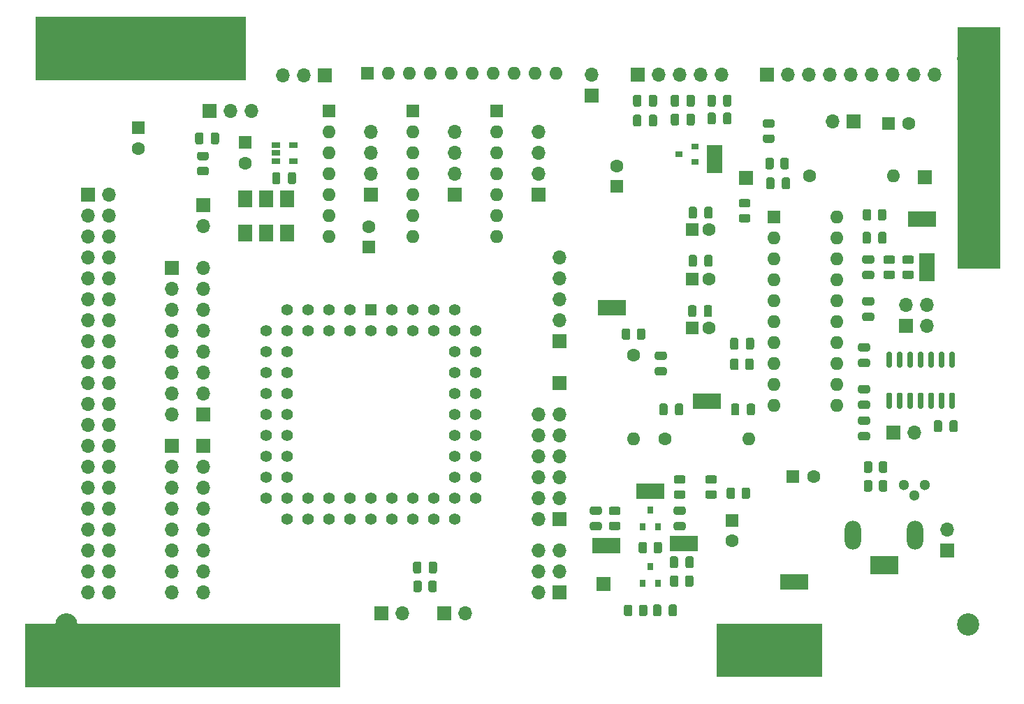
<source format=gbr>
%TF.GenerationSoftware,KiCad,Pcbnew,(5.1.10)-1*%
%TF.CreationDate,2021-06-15T10:49:33-05:00*%
%TF.ProjectId,gd VGC proto pcb,67642056-4743-4207-9072-6f746f207063,rev?*%
%TF.SameCoordinates,Original*%
%TF.FileFunction,Soldermask,Top*%
%TF.FilePolarity,Negative*%
%FSLAX46Y46*%
G04 Gerber Fmt 4.6, Leading zero omitted, Abs format (unit mm)*
G04 Created by KiCad (PCBNEW (5.1.10)-1) date 2021-06-15 10:49:33*
%MOMM*%
%LPD*%
G01*
G04 APERTURE LIST*
%ADD10C,0.100000*%
%ADD11C,2.700000*%
%ADD12C,1.300000*%
%ADD13R,3.450000X1.850000*%
%ADD14C,1.600000*%
%ADD15R,1.600000X1.600000*%
%ADD16O,1.700000X1.700000*%
%ADD17R,1.700000X1.700000*%
%ADD18C,1.422400*%
%ADD19R,1.422400X1.422400*%
%ADD20R,1.850000X3.450000*%
%ADD21O,1.600000X1.600000*%
%ADD22R,1.800000X2.000000*%
%ADD23R,1.060000X0.650000*%
%ADD24R,0.900000X0.800000*%
%ADD25R,0.800000X0.900000*%
%ADD26R,3.500000X2.300000*%
%ADD27O,2.000000X3.500000*%
G04 APERTURE END LIST*
D10*
G36*
X105410000Y-66040000D02*
G01*
X80010000Y-66040000D01*
X80010000Y-58420000D01*
X105410000Y-58420000D01*
X105410000Y-66040000D01*
G37*
X105410000Y-66040000D02*
X80010000Y-66040000D01*
X80010000Y-58420000D01*
X105410000Y-58420000D01*
X105410000Y-66040000D01*
G36*
X196850000Y-88900000D02*
G01*
X191770000Y-88900000D01*
X191770000Y-59690000D01*
X196850000Y-59690000D01*
X196850000Y-88900000D01*
G37*
X196850000Y-88900000D02*
X191770000Y-88900000D01*
X191770000Y-59690000D01*
X196850000Y-59690000D01*
X196850000Y-88900000D01*
G36*
X175260000Y-138430000D02*
G01*
X162560000Y-138430000D01*
X162560000Y-132080000D01*
X175260000Y-132080000D01*
X175260000Y-138430000D01*
G37*
X175260000Y-138430000D02*
X162560000Y-138430000D01*
X162560000Y-132080000D01*
X175260000Y-132080000D01*
X175260000Y-138430000D01*
G36*
X116840000Y-139700000D02*
G01*
X78740000Y-139700000D01*
X78740000Y-132080000D01*
X116840000Y-132080000D01*
X116840000Y-139700000D01*
G37*
X116840000Y-139700000D02*
X78740000Y-139700000D01*
X78740000Y-132080000D01*
X116840000Y-132080000D01*
X116840000Y-139700000D01*
D11*
%TO.C,H8*%
X83780000Y-63460000D03*
%TD*%
%TO.C,H7*%
X193080000Y-63460000D03*
%TD*%
%TO.C,H6*%
X83780000Y-132120000D03*
%TD*%
%TO.C,H5*%
X193080000Y-132120000D03*
%TD*%
D12*
%TO.C,TF1*%
X187833000Y-115189000D03*
X185293000Y-115189000D03*
X186563000Y-116459000D03*
%TD*%
D13*
%TO.C,TP4*%
X149860000Y-93726000D03*
%TD*%
%TO.C,TP3*%
X187452000Y-82931000D03*
%TD*%
%TO.C,TP2*%
X171958000Y-127000000D03*
%TD*%
%TO.C,C25*%
G36*
G01*
X180942000Y-98991000D02*
X179992000Y-98991000D01*
G75*
G02*
X179742000Y-98741000I0J250000D01*
G01*
X179742000Y-98241000D01*
G75*
G02*
X179992000Y-97991000I250000J0D01*
G01*
X180942000Y-97991000D01*
G75*
G02*
X181192000Y-98241000I0J-250000D01*
G01*
X181192000Y-98741000D01*
G75*
G02*
X180942000Y-98991000I-250000J0D01*
G01*
G37*
G36*
G01*
X180942000Y-100891000D02*
X179992000Y-100891000D01*
G75*
G02*
X179742000Y-100641000I0J250000D01*
G01*
X179742000Y-100141000D01*
G75*
G02*
X179992000Y-99891000I250000J0D01*
G01*
X180942000Y-99891000D01*
G75*
G02*
X181192000Y-100141000I0J-250000D01*
G01*
X181192000Y-100641000D01*
G75*
G02*
X180942000Y-100891000I-250000J0D01*
G01*
G37*
%TD*%
D14*
%TO.C,C24*%
X185888000Y-71374000D03*
D15*
X183388000Y-71374000D03*
%TD*%
%TO.C,C102*%
G36*
G01*
X153474000Y-70518000D02*
X153474000Y-71468000D01*
G75*
G02*
X153224000Y-71718000I-250000J0D01*
G01*
X152724000Y-71718000D01*
G75*
G02*
X152474000Y-71468000I0J250000D01*
G01*
X152474000Y-70518000D01*
G75*
G02*
X152724000Y-70268000I250000J0D01*
G01*
X153224000Y-70268000D01*
G75*
G02*
X153474000Y-70518000I0J-250000D01*
G01*
G37*
G36*
G01*
X155374000Y-70518000D02*
X155374000Y-71468000D01*
G75*
G02*
X155124000Y-71718000I-250000J0D01*
G01*
X154624000Y-71718000D01*
G75*
G02*
X154374000Y-71468000I0J250000D01*
G01*
X154374000Y-70518000D01*
G75*
G02*
X154624000Y-70268000I250000J0D01*
G01*
X155124000Y-70268000D01*
G75*
G02*
X155374000Y-70518000I0J-250000D01*
G01*
G37*
%TD*%
D16*
%TO.C,J28*%
X147447000Y-65405000D03*
D17*
X147447000Y-67945000D03*
%TD*%
D16*
%TO.C,J1*%
X106172000Y-69850000D03*
X103632000Y-69850000D03*
D17*
X101092000Y-69850000D03*
%TD*%
D16*
%TO.C,J27*%
X176657000Y-71120000D03*
D17*
X179197000Y-71120000D03*
%TD*%
D14*
%TO.C,C22*%
X120396000Y-83860000D03*
D15*
X120396000Y-86360000D03*
%TD*%
D14*
%TO.C,C21*%
X105410000Y-76160000D03*
D15*
X105410000Y-73660000D03*
%TD*%
D18*
%TO.C,UF2*%
X120650000Y-96520000D03*
X118110000Y-96520000D03*
X115570000Y-96520000D03*
X113030000Y-96520000D03*
X123190000Y-96520000D03*
X125730000Y-96520000D03*
X128270000Y-96520000D03*
X130810000Y-96520000D03*
D19*
X120650000Y-93980000D03*
D18*
X118110000Y-93980000D03*
X115570000Y-93980000D03*
X113030000Y-93980000D03*
X110490000Y-93980000D03*
X123190000Y-93980000D03*
X125730000Y-93980000D03*
X128270000Y-93980000D03*
X110490000Y-96520000D03*
X110490000Y-99060000D03*
X110490000Y-101600000D03*
X110490000Y-104140000D03*
X110490000Y-106680000D03*
X110490000Y-109220000D03*
X110490000Y-111760000D03*
X110490000Y-114300000D03*
X107950000Y-96520000D03*
X107950000Y-99060000D03*
X107950000Y-101600000D03*
X107950000Y-104140000D03*
X107950000Y-106680000D03*
X107950000Y-109220000D03*
X107950000Y-111760000D03*
X107950000Y-114300000D03*
X107950000Y-116840000D03*
X110490000Y-116840000D03*
X113030000Y-116840000D03*
X115570000Y-116840000D03*
X118110000Y-116840000D03*
X120650000Y-116840000D03*
X123190000Y-116840000D03*
X125730000Y-116840000D03*
X128270000Y-116840000D03*
X133350000Y-116840000D03*
X110490000Y-119380000D03*
X113030000Y-119380000D03*
X115570000Y-119380000D03*
X118110000Y-119380000D03*
X120650000Y-119380000D03*
X123190000Y-119380000D03*
X125730000Y-119380000D03*
X128270000Y-119380000D03*
X130810000Y-119380000D03*
X130810000Y-116840000D03*
X130810000Y-114300000D03*
X130810000Y-111760000D03*
X130810000Y-109220000D03*
X130810000Y-106680000D03*
X130810000Y-104140000D03*
X130810000Y-101600000D03*
X130810000Y-99060000D03*
X130810000Y-93980000D03*
X133350000Y-114300000D03*
X133350000Y-111760000D03*
X133350000Y-109220000D03*
X133350000Y-106680000D03*
X133350000Y-104140000D03*
X133350000Y-101600000D03*
X133350000Y-99060000D03*
X133350000Y-96520000D03*
%TD*%
D14*
%TO.C,C61*%
X150495000Y-76494000D03*
D15*
X150495000Y-78994000D03*
%TD*%
D14*
%TO.C,C16*%
X92456000Y-74382000D03*
D15*
X92456000Y-71882000D03*
%TD*%
D14*
%TO.C,C6*%
X174331000Y-114173000D03*
D15*
X171831000Y-114173000D03*
%TD*%
D14*
%TO.C,C13*%
X161639000Y-84201000D03*
D15*
X159639000Y-84201000D03*
%TD*%
D14*
%TO.C,C5*%
X161639000Y-90195400D03*
D15*
X159639000Y-90195400D03*
%TD*%
D14*
%TO.C,C4*%
X161639000Y-96139000D03*
D15*
X159639000Y-96139000D03*
%TD*%
%TO.C,C6alt1*%
G36*
G01*
X160205000Y-81694000D02*
X160205000Y-82644000D01*
G75*
G02*
X159955000Y-82894000I-250000J0D01*
G01*
X159455000Y-82894000D01*
G75*
G02*
X159205000Y-82644000I0J250000D01*
G01*
X159205000Y-81694000D01*
G75*
G02*
X159455000Y-81444000I250000J0D01*
G01*
X159955000Y-81444000D01*
G75*
G02*
X160205000Y-81694000I0J-250000D01*
G01*
G37*
G36*
G01*
X162105000Y-81694000D02*
X162105000Y-82644000D01*
G75*
G02*
X161855000Y-82894000I-250000J0D01*
G01*
X161355000Y-82894000D01*
G75*
G02*
X161105000Y-82644000I0J250000D01*
G01*
X161105000Y-81694000D01*
G75*
G02*
X161355000Y-81444000I250000J0D01*
G01*
X161855000Y-81444000D01*
G75*
G02*
X162105000Y-81694000I0J-250000D01*
G01*
G37*
%TD*%
%TO.C,C5alt1*%
G36*
G01*
X160205000Y-87536000D02*
X160205000Y-88486000D01*
G75*
G02*
X159955000Y-88736000I-250000J0D01*
G01*
X159455000Y-88736000D01*
G75*
G02*
X159205000Y-88486000I0J250000D01*
G01*
X159205000Y-87536000D01*
G75*
G02*
X159455000Y-87286000I250000J0D01*
G01*
X159955000Y-87286000D01*
G75*
G02*
X160205000Y-87536000I0J-250000D01*
G01*
G37*
G36*
G01*
X162105000Y-87536000D02*
X162105000Y-88486000D01*
G75*
G02*
X161855000Y-88736000I-250000J0D01*
G01*
X161355000Y-88736000D01*
G75*
G02*
X161105000Y-88486000I0J250000D01*
G01*
X161105000Y-87536000D01*
G75*
G02*
X161355000Y-87286000I250000J0D01*
G01*
X161855000Y-87286000D01*
G75*
G02*
X162105000Y-87536000I0J-250000D01*
G01*
G37*
%TD*%
%TO.C,C4alt1*%
G36*
G01*
X160139000Y-93632000D02*
X160139000Y-94582000D01*
G75*
G02*
X159889000Y-94832000I-250000J0D01*
G01*
X159389000Y-94832000D01*
G75*
G02*
X159139000Y-94582000I0J250000D01*
G01*
X159139000Y-93632000D01*
G75*
G02*
X159389000Y-93382000I250000J0D01*
G01*
X159889000Y-93382000D01*
G75*
G02*
X160139000Y-93632000I0J-250000D01*
G01*
G37*
G36*
G01*
X162039000Y-93632000D02*
X162039000Y-94582000D01*
G75*
G02*
X161789000Y-94832000I-250000J0D01*
G01*
X161289000Y-94832000D01*
G75*
G02*
X161039000Y-94582000I0J250000D01*
G01*
X161039000Y-93632000D01*
G75*
G02*
X161289000Y-93382000I250000J0D01*
G01*
X161789000Y-93382000D01*
G75*
G02*
X162039000Y-93632000I0J-250000D01*
G01*
G37*
%TD*%
%TO.C,C20*%
G36*
G01*
X189923000Y-107602000D02*
X189923000Y-108552000D01*
G75*
G02*
X189673000Y-108802000I-250000J0D01*
G01*
X189173000Y-108802000D01*
G75*
G02*
X188923000Y-108552000I0J250000D01*
G01*
X188923000Y-107602000D01*
G75*
G02*
X189173000Y-107352000I250000J0D01*
G01*
X189673000Y-107352000D01*
G75*
G02*
X189923000Y-107602000I0J-250000D01*
G01*
G37*
G36*
G01*
X191823000Y-107602000D02*
X191823000Y-108552000D01*
G75*
G02*
X191573000Y-108802000I-250000J0D01*
G01*
X191073000Y-108802000D01*
G75*
G02*
X190823000Y-108552000I0J250000D01*
G01*
X190823000Y-107602000D01*
G75*
G02*
X191073000Y-107352000I250000J0D01*
G01*
X191573000Y-107352000D01*
G75*
G02*
X191823000Y-107602000I0J-250000D01*
G01*
G37*
%TD*%
D14*
%TO.C,C60*%
X164465000Y-122007000D03*
D15*
X164465000Y-119507000D03*
%TD*%
D16*
%TO.C,J20*%
X96520000Y-106680000D03*
X96520000Y-104140000D03*
X96520000Y-101600000D03*
X96520000Y-99060000D03*
X96520000Y-96520000D03*
X96520000Y-93980000D03*
X96520000Y-91440000D03*
D17*
X96520000Y-88900000D03*
%TD*%
D16*
%TO.C,J3*%
X100330000Y-88900000D03*
X100330000Y-91440000D03*
X100330000Y-93980000D03*
X100330000Y-96520000D03*
X100330000Y-99060000D03*
X100330000Y-101600000D03*
X100330000Y-104140000D03*
D17*
X100330000Y-106680000D03*
%TD*%
D16*
%TO.C,J26*%
X124460000Y-130810000D03*
D17*
X121920000Y-130810000D03*
%TD*%
D16*
%TO.C,J23*%
X140970000Y-123190000D03*
X143510000Y-123190000D03*
X140970000Y-125730000D03*
X143510000Y-125730000D03*
X140970000Y-128270000D03*
D17*
X143510000Y-128270000D03*
%TD*%
D16*
%TO.C,J22*%
X140970000Y-106680000D03*
X143510000Y-106680000D03*
X140970000Y-109220000D03*
X143510000Y-109220000D03*
X140970000Y-111760000D03*
X143510000Y-111760000D03*
X140970000Y-114300000D03*
X143510000Y-114300000D03*
X140970000Y-116840000D03*
X143510000Y-116840000D03*
X140970000Y-119380000D03*
D17*
X143510000Y-119380000D03*
%TD*%
D16*
%TO.C,J19*%
X188087000Y-93345000D03*
X188087000Y-95885000D03*
X185547000Y-93345000D03*
D17*
X185547000Y-95885000D03*
%TD*%
D16*
%TO.C,J25*%
X88900000Y-128270000D03*
X86360000Y-128270000D03*
X88900000Y-125730000D03*
X86360000Y-125730000D03*
X88900000Y-123190000D03*
X86360000Y-123190000D03*
X88900000Y-120650000D03*
X86360000Y-120650000D03*
X88900000Y-118110000D03*
X86360000Y-118110000D03*
X88900000Y-115570000D03*
X86360000Y-115570000D03*
X88900000Y-113030000D03*
X86360000Y-113030000D03*
X88900000Y-110490000D03*
X86360000Y-110490000D03*
X88900000Y-107950000D03*
X86360000Y-107950000D03*
X88900000Y-105410000D03*
X86360000Y-105410000D03*
X88900000Y-102870000D03*
X86360000Y-102870000D03*
X88900000Y-100330000D03*
X86360000Y-100330000D03*
X88900000Y-97790000D03*
X86360000Y-97790000D03*
X88900000Y-95250000D03*
X86360000Y-95250000D03*
X88900000Y-92710000D03*
X86360000Y-92710000D03*
X88900000Y-90170000D03*
X86360000Y-90170000D03*
X88900000Y-87630000D03*
X86360000Y-87630000D03*
X88900000Y-85090000D03*
X86360000Y-85090000D03*
X88900000Y-82550000D03*
X86360000Y-82550000D03*
X88900000Y-80010000D03*
D17*
X86360000Y-80010000D03*
%TD*%
D16*
%TO.C,J24*%
X132080000Y-130810000D03*
D17*
X129540000Y-130810000D03*
%TD*%
D16*
%TO.C,J21*%
X100330000Y-83820000D03*
D17*
X100330000Y-81280000D03*
%TD*%
D20*
%TO.C,TP127*%
X162306000Y-75692000D03*
%TD*%
%TO.C,TP67*%
X188087000Y-88773000D03*
%TD*%
D13*
%TO.C,TP61*%
X158623000Y-122301000D03*
%TD*%
%TO.C,TP60*%
X154559000Y-115951000D03*
%TD*%
%TO.C,TP59*%
X149225000Y-122555000D03*
%TD*%
%TO.C,TP1*%
X161417000Y-105029000D03*
%TD*%
%TO.C,R206*%
G36*
G01*
X99879999Y-76600000D02*
X100780001Y-76600000D01*
G75*
G02*
X101030000Y-76849999I0J-249999D01*
G01*
X101030000Y-77375001D01*
G75*
G02*
X100780001Y-77625000I-249999J0D01*
G01*
X99879999Y-77625000D01*
G75*
G02*
X99630000Y-77375001I0J249999D01*
G01*
X99630000Y-76849999D01*
G75*
G02*
X99879999Y-76600000I249999J0D01*
G01*
G37*
G36*
G01*
X99879999Y-74775000D02*
X100780001Y-74775000D01*
G75*
G02*
X101030000Y-75024999I0J-249999D01*
G01*
X101030000Y-75550001D01*
G75*
G02*
X100780001Y-75800000I-249999J0D01*
G01*
X99879999Y-75800000D01*
G75*
G02*
X99630000Y-75550001I0J249999D01*
G01*
X99630000Y-75024999D01*
G75*
G02*
X99879999Y-74775000I249999J0D01*
G01*
G37*
%TD*%
%TO.C,R193*%
G36*
G01*
X165627000Y-116655001D02*
X165627000Y-115754999D01*
G75*
G02*
X165876999Y-115505000I249999J0D01*
G01*
X166402001Y-115505000D01*
G75*
G02*
X166652000Y-115754999I0J-249999D01*
G01*
X166652000Y-116655001D01*
G75*
G02*
X166402001Y-116905000I-249999J0D01*
G01*
X165876999Y-116905000D01*
G75*
G02*
X165627000Y-116655001I0J249999D01*
G01*
G37*
G36*
G01*
X163802000Y-116655001D02*
X163802000Y-115754999D01*
G75*
G02*
X164051999Y-115505000I249999J0D01*
G01*
X164577001Y-115505000D01*
G75*
G02*
X164827000Y-115754999I0J-249999D01*
G01*
X164827000Y-116655001D01*
G75*
G02*
X164577001Y-116905000I-249999J0D01*
G01*
X164051999Y-116905000D01*
G75*
G02*
X163802000Y-116655001I0J249999D01*
G01*
G37*
%TD*%
%TO.C,R191*%
G36*
G01*
X153181000Y-130879001D02*
X153181000Y-129978999D01*
G75*
G02*
X153430999Y-129729000I249999J0D01*
G01*
X153956001Y-129729000D01*
G75*
G02*
X154206000Y-129978999I0J-249999D01*
G01*
X154206000Y-130879001D01*
G75*
G02*
X153956001Y-131129000I-249999J0D01*
G01*
X153430999Y-131129000D01*
G75*
G02*
X153181000Y-130879001I0J249999D01*
G01*
G37*
G36*
G01*
X151356000Y-130879001D02*
X151356000Y-129978999D01*
G75*
G02*
X151605999Y-129729000I249999J0D01*
G01*
X152131001Y-129729000D01*
G75*
G02*
X152381000Y-129978999I0J-249999D01*
G01*
X152381000Y-130879001D01*
G75*
G02*
X152131001Y-131129000I-249999J0D01*
G01*
X151605999Y-131129000D01*
G75*
G02*
X151356000Y-130879001I0J249999D01*
G01*
G37*
%TD*%
%TO.C,R138*%
G36*
G01*
X181337000Y-81972999D02*
X181337000Y-82873001D01*
G75*
G02*
X181087001Y-83123000I-249999J0D01*
G01*
X180561999Y-83123000D01*
G75*
G02*
X180312000Y-82873001I0J249999D01*
G01*
X180312000Y-81972999D01*
G75*
G02*
X180561999Y-81723000I249999J0D01*
G01*
X181087001Y-81723000D01*
G75*
G02*
X181337000Y-81972999I0J-249999D01*
G01*
G37*
G36*
G01*
X183162000Y-81972999D02*
X183162000Y-82873001D01*
G75*
G02*
X182912001Y-83123000I-249999J0D01*
G01*
X182386999Y-83123000D01*
G75*
G02*
X182137000Y-82873001I0J249999D01*
G01*
X182137000Y-81972999D01*
G75*
G02*
X182386999Y-81723000I249999J0D01*
G01*
X182912001Y-81723000D01*
G75*
G02*
X183162000Y-81972999I0J-249999D01*
G01*
G37*
%TD*%
%TO.C,R135*%
G36*
G01*
X185350999Y-89173000D02*
X186251001Y-89173000D01*
G75*
G02*
X186501000Y-89422999I0J-249999D01*
G01*
X186501000Y-89948001D01*
G75*
G02*
X186251001Y-90198000I-249999J0D01*
G01*
X185350999Y-90198000D01*
G75*
G02*
X185101000Y-89948001I0J249999D01*
G01*
X185101000Y-89422999D01*
G75*
G02*
X185350999Y-89173000I249999J0D01*
G01*
G37*
G36*
G01*
X185350999Y-87348000D02*
X186251001Y-87348000D01*
G75*
G02*
X186501000Y-87597999I0J-249999D01*
G01*
X186501000Y-88123001D01*
G75*
G02*
X186251001Y-88373000I-249999J0D01*
G01*
X185350999Y-88373000D01*
G75*
G02*
X185101000Y-88123001I0J249999D01*
G01*
X185101000Y-87597999D01*
G75*
G02*
X185350999Y-87348000I249999J0D01*
G01*
G37*
%TD*%
%TO.C,R114*%
G36*
G01*
X169360001Y-71863000D02*
X168459999Y-71863000D01*
G75*
G02*
X168210000Y-71613001I0J249999D01*
G01*
X168210000Y-71087999D01*
G75*
G02*
X168459999Y-70838000I249999J0D01*
G01*
X169360001Y-70838000D01*
G75*
G02*
X169610000Y-71087999I0J-249999D01*
G01*
X169610000Y-71613001D01*
G75*
G02*
X169360001Y-71863000I-249999J0D01*
G01*
G37*
G36*
G01*
X169360001Y-73688000D02*
X168459999Y-73688000D01*
G75*
G02*
X168210000Y-73438001I0J249999D01*
G01*
X168210000Y-72912999D01*
G75*
G02*
X168459999Y-72663000I249999J0D01*
G01*
X169360001Y-72663000D01*
G75*
G02*
X169610000Y-72912999I0J-249999D01*
G01*
X169610000Y-73438001D01*
G75*
G02*
X169360001Y-73688000I-249999J0D01*
G01*
G37*
%TD*%
%TO.C,R54*%
G36*
G01*
X182264000Y-113480001D02*
X182264000Y-112579999D01*
G75*
G02*
X182513999Y-112330000I249999J0D01*
G01*
X183039001Y-112330000D01*
G75*
G02*
X183289000Y-112579999I0J-249999D01*
G01*
X183289000Y-113480001D01*
G75*
G02*
X183039001Y-113730000I-249999J0D01*
G01*
X182513999Y-113730000D01*
G75*
G02*
X182264000Y-113480001I0J249999D01*
G01*
G37*
G36*
G01*
X180439000Y-113480001D02*
X180439000Y-112579999D01*
G75*
G02*
X180688999Y-112330000I249999J0D01*
G01*
X181214001Y-112330000D01*
G75*
G02*
X181464000Y-112579999I0J-249999D01*
G01*
X181464000Y-113480001D01*
G75*
G02*
X181214001Y-113730000I-249999J0D01*
G01*
X180688999Y-113730000D01*
G75*
G02*
X180439000Y-113480001I0J249999D01*
G01*
G37*
%TD*%
%TO.C,R30*%
G36*
G01*
X126854000Y-127057999D02*
X126854000Y-127958001D01*
G75*
G02*
X126604001Y-128208000I-249999J0D01*
G01*
X126078999Y-128208000D01*
G75*
G02*
X125829000Y-127958001I0J249999D01*
G01*
X125829000Y-127057999D01*
G75*
G02*
X126078999Y-126808000I249999J0D01*
G01*
X126604001Y-126808000D01*
G75*
G02*
X126854000Y-127057999I0J-249999D01*
G01*
G37*
G36*
G01*
X128679000Y-127057999D02*
X128679000Y-127958001D01*
G75*
G02*
X128429001Y-128208000I-249999J0D01*
G01*
X127903999Y-128208000D01*
G75*
G02*
X127654000Y-127958001I0J249999D01*
G01*
X127654000Y-127057999D01*
G75*
G02*
X127903999Y-126808000I249999J0D01*
G01*
X128429001Y-126808000D01*
G75*
G02*
X128679000Y-127057999I0J-249999D01*
G01*
G37*
%TD*%
%TO.C,R19*%
G36*
G01*
X166064200Y-101008601D02*
X166064200Y-100108599D01*
G75*
G02*
X166314199Y-99858600I249999J0D01*
G01*
X166839201Y-99858600D01*
G75*
G02*
X167089200Y-100108599I0J-249999D01*
G01*
X167089200Y-101008601D01*
G75*
G02*
X166839201Y-101258600I-249999J0D01*
G01*
X166314199Y-101258600D01*
G75*
G02*
X166064200Y-101008601I0J249999D01*
G01*
G37*
G36*
G01*
X164239200Y-101008601D02*
X164239200Y-100108599D01*
G75*
G02*
X164489199Y-99858600I249999J0D01*
G01*
X165014201Y-99858600D01*
G75*
G02*
X165264200Y-100108599I0J-249999D01*
G01*
X165264200Y-101008601D01*
G75*
G02*
X165014201Y-101258600I-249999J0D01*
G01*
X164489199Y-101258600D01*
G75*
G02*
X164239200Y-101008601I0J249999D01*
G01*
G37*
%TD*%
%TO.C,R18*%
G36*
G01*
X152127000Y-96450999D02*
X152127000Y-97351001D01*
G75*
G02*
X151877001Y-97601000I-249999J0D01*
G01*
X151351999Y-97601000D01*
G75*
G02*
X151102000Y-97351001I0J249999D01*
G01*
X151102000Y-96450999D01*
G75*
G02*
X151351999Y-96201000I249999J0D01*
G01*
X151877001Y-96201000D01*
G75*
G02*
X152127000Y-96450999I0J-249999D01*
G01*
G37*
G36*
G01*
X153952000Y-96450999D02*
X153952000Y-97351001D01*
G75*
G02*
X153702001Y-97601000I-249999J0D01*
G01*
X153176999Y-97601000D01*
G75*
G02*
X152927000Y-97351001I0J249999D01*
G01*
X152927000Y-96450999D01*
G75*
G02*
X153176999Y-96201000I249999J0D01*
G01*
X153702001Y-96201000D01*
G75*
G02*
X153952000Y-96450999I0J-249999D01*
G01*
G37*
%TD*%
%TO.C,R17*%
G36*
G01*
X158769000Y-127323001D02*
X158769000Y-126422999D01*
G75*
G02*
X159018999Y-126173000I249999J0D01*
G01*
X159544001Y-126173000D01*
G75*
G02*
X159794000Y-126422999I0J-249999D01*
G01*
X159794000Y-127323001D01*
G75*
G02*
X159544001Y-127573000I-249999J0D01*
G01*
X159018999Y-127573000D01*
G75*
G02*
X158769000Y-127323001I0J249999D01*
G01*
G37*
G36*
G01*
X156944000Y-127323001D02*
X156944000Y-126422999D01*
G75*
G02*
X157193999Y-126173000I249999J0D01*
G01*
X157719001Y-126173000D01*
G75*
G02*
X157969000Y-126422999I0J-249999D01*
G01*
X157969000Y-127323001D01*
G75*
G02*
X157719001Y-127573000I-249999J0D01*
G01*
X157193999Y-127573000D01*
G75*
G02*
X156944000Y-127323001I0J249999D01*
G01*
G37*
%TD*%
%TO.C,R16*%
G36*
G01*
X166439001Y-81515000D02*
X165538999Y-81515000D01*
G75*
G02*
X165289000Y-81265001I0J249999D01*
G01*
X165289000Y-80739999D01*
G75*
G02*
X165538999Y-80490000I249999J0D01*
G01*
X166439001Y-80490000D01*
G75*
G02*
X166689000Y-80739999I0J-249999D01*
G01*
X166689000Y-81265001D01*
G75*
G02*
X166439001Y-81515000I-249999J0D01*
G01*
G37*
G36*
G01*
X166439001Y-83340000D02*
X165538999Y-83340000D01*
G75*
G02*
X165289000Y-83090001I0J249999D01*
G01*
X165289000Y-82564999D01*
G75*
G02*
X165538999Y-82315000I249999J0D01*
G01*
X166439001Y-82315000D01*
G75*
G02*
X166689000Y-82564999I0J-249999D01*
G01*
X166689000Y-83090001D01*
G75*
G02*
X166439001Y-83340000I-249999J0D01*
G01*
G37*
%TD*%
%TO.C,R15*%
G36*
G01*
X183064999Y-89173000D02*
X183965001Y-89173000D01*
G75*
G02*
X184215000Y-89422999I0J-249999D01*
G01*
X184215000Y-89948001D01*
G75*
G02*
X183965001Y-90198000I-249999J0D01*
G01*
X183064999Y-90198000D01*
G75*
G02*
X182815000Y-89948001I0J249999D01*
G01*
X182815000Y-89422999D01*
G75*
G02*
X183064999Y-89173000I249999J0D01*
G01*
G37*
G36*
G01*
X183064999Y-87348000D02*
X183965001Y-87348000D01*
G75*
G02*
X184215000Y-87597999I0J-249999D01*
G01*
X184215000Y-88123001D01*
G75*
G02*
X183965001Y-88373000I-249999J0D01*
G01*
X183064999Y-88373000D01*
G75*
G02*
X182815000Y-88123001I0J249999D01*
G01*
X182815000Y-87597999D01*
G75*
G02*
X183064999Y-87348000I249999J0D01*
G01*
G37*
%TD*%
%TO.C,R14*%
G36*
G01*
X162375001Y-115043000D02*
X161474999Y-115043000D01*
G75*
G02*
X161225000Y-114793001I0J249999D01*
G01*
X161225000Y-114267999D01*
G75*
G02*
X161474999Y-114018000I249999J0D01*
G01*
X162375001Y-114018000D01*
G75*
G02*
X162625000Y-114267999I0J-249999D01*
G01*
X162625000Y-114793001D01*
G75*
G02*
X162375001Y-115043000I-249999J0D01*
G01*
G37*
G36*
G01*
X162375001Y-116868000D02*
X161474999Y-116868000D01*
G75*
G02*
X161225000Y-116618001I0J249999D01*
G01*
X161225000Y-116092999D01*
G75*
G02*
X161474999Y-115843000I249999J0D01*
G01*
X162375001Y-115843000D01*
G75*
G02*
X162625000Y-116092999I0J-249999D01*
G01*
X162625000Y-116618001D01*
G75*
G02*
X162375001Y-116868000I-249999J0D01*
G01*
G37*
%TD*%
%TO.C,R13*%
G36*
G01*
X149790999Y-119653000D02*
X150691001Y-119653000D01*
G75*
G02*
X150941000Y-119902999I0J-249999D01*
G01*
X150941000Y-120428001D01*
G75*
G02*
X150691001Y-120678000I-249999J0D01*
G01*
X149790999Y-120678000D01*
G75*
G02*
X149541000Y-120428001I0J249999D01*
G01*
X149541000Y-119902999D01*
G75*
G02*
X149790999Y-119653000I249999J0D01*
G01*
G37*
G36*
G01*
X149790999Y-117828000D02*
X150691001Y-117828000D01*
G75*
G02*
X150941000Y-118077999I0J-249999D01*
G01*
X150941000Y-118603001D01*
G75*
G02*
X150691001Y-118853000I-249999J0D01*
G01*
X149790999Y-118853000D01*
G75*
G02*
X149541000Y-118603001I0J249999D01*
G01*
X149541000Y-118077999D01*
G75*
G02*
X149790999Y-117828000I249999J0D01*
G01*
G37*
%TD*%
%TO.C,R12*%
G36*
G01*
X154959000Y-123259001D02*
X154959000Y-122358999D01*
G75*
G02*
X155208999Y-122109000I249999J0D01*
G01*
X155734001Y-122109000D01*
G75*
G02*
X155984000Y-122358999I0J-249999D01*
G01*
X155984000Y-123259001D01*
G75*
G02*
X155734001Y-123509000I-249999J0D01*
G01*
X155208999Y-123509000D01*
G75*
G02*
X154959000Y-123259001I0J249999D01*
G01*
G37*
G36*
G01*
X153134000Y-123259001D02*
X153134000Y-122358999D01*
G75*
G02*
X153383999Y-122109000I249999J0D01*
G01*
X153909001Y-122109000D01*
G75*
G02*
X154159000Y-122358999I0J-249999D01*
G01*
X154159000Y-123259001D01*
G75*
G02*
X153909001Y-123509000I-249999J0D01*
G01*
X153383999Y-123509000D01*
G75*
G02*
X153134000Y-123259001I0J249999D01*
G01*
G37*
%TD*%
%TO.C,R10*%
G36*
G01*
X170326000Y-76650001D02*
X170326000Y-75749999D01*
G75*
G02*
X170575999Y-75500000I249999J0D01*
G01*
X171101001Y-75500000D01*
G75*
G02*
X171351000Y-75749999I0J-249999D01*
G01*
X171351000Y-76650001D01*
G75*
G02*
X171101001Y-76900000I-249999J0D01*
G01*
X170575999Y-76900000D01*
G75*
G02*
X170326000Y-76650001I0J249999D01*
G01*
G37*
G36*
G01*
X168501000Y-76650001D02*
X168501000Y-75749999D01*
G75*
G02*
X168750999Y-75500000I249999J0D01*
G01*
X169276001Y-75500000D01*
G75*
G02*
X169526000Y-75749999I0J-249999D01*
G01*
X169526000Y-76650001D01*
G75*
G02*
X169276001Y-76900000I-249999J0D01*
G01*
X168750999Y-76900000D01*
G75*
G02*
X168501000Y-76650001I0J249999D01*
G01*
G37*
%TD*%
%TO.C,R8*%
G36*
G01*
X182264000Y-115766001D02*
X182264000Y-114865999D01*
G75*
G02*
X182513999Y-114616000I249999J0D01*
G01*
X183039001Y-114616000D01*
G75*
G02*
X183289000Y-114865999I0J-249999D01*
G01*
X183289000Y-115766001D01*
G75*
G02*
X183039001Y-116016000I-249999J0D01*
G01*
X182513999Y-116016000D01*
G75*
G02*
X182264000Y-115766001I0J249999D01*
G01*
G37*
G36*
G01*
X180439000Y-115766001D02*
X180439000Y-114865999D01*
G75*
G02*
X180688999Y-114616000I249999J0D01*
G01*
X181214001Y-114616000D01*
G75*
G02*
X181464000Y-114865999I0J-249999D01*
G01*
X181464000Y-115766001D01*
G75*
G02*
X181214001Y-116016000I-249999J0D01*
G01*
X180688999Y-116016000D01*
G75*
G02*
X180439000Y-115766001I0J249999D01*
G01*
G37*
%TD*%
%TO.C,R1*%
G36*
G01*
X157664999Y-115843000D02*
X158565001Y-115843000D01*
G75*
G02*
X158815000Y-116092999I0J-249999D01*
G01*
X158815000Y-116618001D01*
G75*
G02*
X158565001Y-116868000I-249999J0D01*
G01*
X157664999Y-116868000D01*
G75*
G02*
X157415000Y-116618001I0J249999D01*
G01*
X157415000Y-116092999D01*
G75*
G02*
X157664999Y-115843000I249999J0D01*
G01*
G37*
G36*
G01*
X157664999Y-114018000D02*
X158565001Y-114018000D01*
G75*
G02*
X158815000Y-114267999I0J-249999D01*
G01*
X158815000Y-114793001D01*
G75*
G02*
X158565001Y-115043000I-249999J0D01*
G01*
X157664999Y-115043000D01*
G75*
G02*
X157415000Y-114793001I0J249999D01*
G01*
X157415000Y-114267999D01*
G75*
G02*
X157664999Y-114018000I249999J0D01*
G01*
G37*
%TD*%
D21*
%TO.C,L12*%
X184023000Y-77724000D03*
D14*
X173863000Y-77724000D03*
%TD*%
D16*
%TO.C,J18*%
X186563000Y-108839000D03*
D17*
X184023000Y-108839000D03*
%TD*%
D16*
%TO.C,J17*%
X190500000Y-120650000D03*
D17*
X190500000Y-123190000D03*
%TD*%
D16*
%TO.C,J16*%
X143510000Y-87630000D03*
X143510000Y-90170000D03*
X143510000Y-92710000D03*
X143510000Y-95250000D03*
D17*
X143510000Y-97790000D03*
%TD*%
%TO.C,J15*%
X143510000Y-102870000D03*
%TD*%
%TO.C,J14*%
X148844000Y-127254000D03*
%TD*%
%TO.C,J13*%
X187833000Y-77851000D03*
%TD*%
D16*
%TO.C,J12*%
X100330000Y-128270000D03*
X100330000Y-125730000D03*
X100330000Y-123190000D03*
X100330000Y-120650000D03*
X100330000Y-118110000D03*
X100330000Y-115570000D03*
X100330000Y-113030000D03*
D17*
X100330000Y-110490000D03*
%TD*%
D16*
%TO.C,J10*%
X188976000Y-65405000D03*
X186436000Y-65405000D03*
X183896000Y-65405000D03*
X181356000Y-65405000D03*
X178816000Y-65405000D03*
X176276000Y-65405000D03*
X173736000Y-65405000D03*
X171196000Y-65405000D03*
D17*
X168656000Y-65405000D03*
%TD*%
%TO.C,J9*%
X166116000Y-77978000D03*
%TD*%
D16*
%TO.C,J8*%
X96520000Y-128270000D03*
X96520000Y-125730000D03*
X96520000Y-123190000D03*
X96520000Y-120650000D03*
X96520000Y-118110000D03*
X96520000Y-115570000D03*
X96520000Y-113030000D03*
D17*
X96520000Y-110490000D03*
%TD*%
D16*
%TO.C,J7*%
X120650000Y-72390000D03*
X120650000Y-74930000D03*
X120650000Y-77470000D03*
D17*
X120650000Y-80010000D03*
%TD*%
D16*
%TO.C,J6*%
X163195000Y-65428000D03*
X160655000Y-65428000D03*
X158115000Y-65428000D03*
X155575000Y-65428000D03*
D17*
X153035000Y-65428000D03*
%TD*%
D16*
%TO.C,J5*%
X130810000Y-72390000D03*
X130810000Y-74930000D03*
X130810000Y-77470000D03*
D17*
X130810000Y-80010000D03*
%TD*%
D16*
%TO.C,J4*%
X109982000Y-65532000D03*
X112522000Y-65532000D03*
D17*
X115062000Y-65532000D03*
%TD*%
D16*
%TO.C,J2*%
X140970000Y-72390000D03*
X140970000Y-74930000D03*
X140970000Y-77470000D03*
D17*
X140970000Y-80010000D03*
%TD*%
%TO.C,C101*%
G36*
G01*
X158046000Y-70391000D02*
X158046000Y-71341000D01*
G75*
G02*
X157796000Y-71591000I-250000J0D01*
G01*
X157296000Y-71591000D01*
G75*
G02*
X157046000Y-71341000I0J250000D01*
G01*
X157046000Y-70391000D01*
G75*
G02*
X157296000Y-70141000I250000J0D01*
G01*
X157796000Y-70141000D01*
G75*
G02*
X158046000Y-70391000I0J-250000D01*
G01*
G37*
G36*
G01*
X159946000Y-70391000D02*
X159946000Y-71341000D01*
G75*
G02*
X159696000Y-71591000I-250000J0D01*
G01*
X159196000Y-71591000D01*
G75*
G02*
X158946000Y-71341000I0J250000D01*
G01*
X158946000Y-70391000D01*
G75*
G02*
X159196000Y-70141000I250000J0D01*
G01*
X159696000Y-70141000D01*
G75*
G02*
X159946000Y-70391000I0J-250000D01*
G01*
G37*
%TD*%
%TO.C,C100*%
G36*
G01*
X162491000Y-70264000D02*
X162491000Y-71214000D01*
G75*
G02*
X162241000Y-71464000I-250000J0D01*
G01*
X161741000Y-71464000D01*
G75*
G02*
X161491000Y-71214000I0J250000D01*
G01*
X161491000Y-70264000D01*
G75*
G02*
X161741000Y-70014000I250000J0D01*
G01*
X162241000Y-70014000D01*
G75*
G02*
X162491000Y-70264000I0J-250000D01*
G01*
G37*
G36*
G01*
X164391000Y-70264000D02*
X164391000Y-71214000D01*
G75*
G02*
X164141000Y-71464000I-250000J0D01*
G01*
X163641000Y-71464000D01*
G75*
G02*
X163391000Y-71214000I0J250000D01*
G01*
X163391000Y-70264000D01*
G75*
G02*
X163641000Y-70014000I250000J0D01*
G01*
X164141000Y-70014000D01*
G75*
G02*
X164391000Y-70264000I0J-250000D01*
G01*
G37*
%TD*%
%TO.C,C33*%
G36*
G01*
X180500000Y-89243000D02*
X181450000Y-89243000D01*
G75*
G02*
X181700000Y-89493000I0J-250000D01*
G01*
X181700000Y-89993000D01*
G75*
G02*
X181450000Y-90243000I-250000J0D01*
G01*
X180500000Y-90243000D01*
G75*
G02*
X180250000Y-89993000I0J250000D01*
G01*
X180250000Y-89493000D01*
G75*
G02*
X180500000Y-89243000I250000J0D01*
G01*
G37*
G36*
G01*
X180500000Y-87343000D02*
X181450000Y-87343000D01*
G75*
G02*
X181700000Y-87593000I0J-250000D01*
G01*
X181700000Y-88093000D01*
G75*
G02*
X181450000Y-88343000I-250000J0D01*
G01*
X180500000Y-88343000D01*
G75*
G02*
X180250000Y-88093000I0J250000D01*
G01*
X180250000Y-87593000D01*
G75*
G02*
X180500000Y-87343000I250000J0D01*
G01*
G37*
%TD*%
%TO.C,C32*%
G36*
G01*
X163391000Y-69055000D02*
X163391000Y-68105000D01*
G75*
G02*
X163641000Y-67855000I250000J0D01*
G01*
X164141000Y-67855000D01*
G75*
G02*
X164391000Y-68105000I0J-250000D01*
G01*
X164391000Y-69055000D01*
G75*
G02*
X164141000Y-69305000I-250000J0D01*
G01*
X163641000Y-69305000D01*
G75*
G02*
X163391000Y-69055000I0J250000D01*
G01*
G37*
G36*
G01*
X161491000Y-69055000D02*
X161491000Y-68105000D01*
G75*
G02*
X161741000Y-67855000I250000J0D01*
G01*
X162241000Y-67855000D01*
G75*
G02*
X162491000Y-68105000I0J-250000D01*
G01*
X162491000Y-69055000D01*
G75*
G02*
X162241000Y-69305000I-250000J0D01*
G01*
X161741000Y-69305000D01*
G75*
G02*
X161491000Y-69055000I0J250000D01*
G01*
G37*
%TD*%
%TO.C,C31*%
G36*
G01*
X158946000Y-69055000D02*
X158946000Y-68105000D01*
G75*
G02*
X159196000Y-67855000I250000J0D01*
G01*
X159696000Y-67855000D01*
G75*
G02*
X159946000Y-68105000I0J-250000D01*
G01*
X159946000Y-69055000D01*
G75*
G02*
X159696000Y-69305000I-250000J0D01*
G01*
X159196000Y-69305000D01*
G75*
G02*
X158946000Y-69055000I0J250000D01*
G01*
G37*
G36*
G01*
X157046000Y-69055000D02*
X157046000Y-68105000D01*
G75*
G02*
X157296000Y-67855000I250000J0D01*
G01*
X157796000Y-67855000D01*
G75*
G02*
X158046000Y-68105000I0J-250000D01*
G01*
X158046000Y-69055000D01*
G75*
G02*
X157796000Y-69305000I-250000J0D01*
G01*
X157296000Y-69305000D01*
G75*
G02*
X157046000Y-69055000I0J250000D01*
G01*
G37*
%TD*%
%TO.C,C30*%
G36*
G01*
X127704000Y-125697000D02*
X127704000Y-124747000D01*
G75*
G02*
X127954000Y-124497000I250000J0D01*
G01*
X128454000Y-124497000D01*
G75*
G02*
X128704000Y-124747000I0J-250000D01*
G01*
X128704000Y-125697000D01*
G75*
G02*
X128454000Y-125947000I-250000J0D01*
G01*
X127954000Y-125947000D01*
G75*
G02*
X127704000Y-125697000I0J250000D01*
G01*
G37*
G36*
G01*
X125804000Y-125697000D02*
X125804000Y-124747000D01*
G75*
G02*
X126054000Y-124497000I250000J0D01*
G01*
X126554000Y-124497000D01*
G75*
G02*
X126804000Y-124747000I0J-250000D01*
G01*
X126804000Y-125697000D01*
G75*
G02*
X126554000Y-125947000I-250000J0D01*
G01*
X126054000Y-125947000D01*
G75*
G02*
X125804000Y-125697000I0J250000D01*
G01*
G37*
%TD*%
%TO.C,C29*%
G36*
G01*
X154374000Y-69055000D02*
X154374000Y-68105000D01*
G75*
G02*
X154624000Y-67855000I250000J0D01*
G01*
X155124000Y-67855000D01*
G75*
G02*
X155374000Y-68105000I0J-250000D01*
G01*
X155374000Y-69055000D01*
G75*
G02*
X155124000Y-69305000I-250000J0D01*
G01*
X154624000Y-69305000D01*
G75*
G02*
X154374000Y-69055000I0J250000D01*
G01*
G37*
G36*
G01*
X152474000Y-69055000D02*
X152474000Y-68105000D01*
G75*
G02*
X152724000Y-67855000I250000J0D01*
G01*
X153224000Y-67855000D01*
G75*
G02*
X153474000Y-68105000I0J-250000D01*
G01*
X153474000Y-69055000D01*
G75*
G02*
X153224000Y-69305000I-250000J0D01*
G01*
X152724000Y-69305000D01*
G75*
G02*
X152474000Y-69055000I0J250000D01*
G01*
G37*
%TD*%
%TO.C,C23*%
G36*
G01*
X157919000Y-124112000D02*
X157919000Y-125062000D01*
G75*
G02*
X157669000Y-125312000I-250000J0D01*
G01*
X157169000Y-125312000D01*
G75*
G02*
X156919000Y-125062000I0J250000D01*
G01*
X156919000Y-124112000D01*
G75*
G02*
X157169000Y-123862000I250000J0D01*
G01*
X157669000Y-123862000D01*
G75*
G02*
X157919000Y-124112000I0J-250000D01*
G01*
G37*
G36*
G01*
X159819000Y-124112000D02*
X159819000Y-125062000D01*
G75*
G02*
X159569000Y-125312000I-250000J0D01*
G01*
X159069000Y-125312000D01*
G75*
G02*
X158819000Y-125062000I0J250000D01*
G01*
X158819000Y-124112000D01*
G75*
G02*
X159069000Y-123862000I250000J0D01*
G01*
X159569000Y-123862000D01*
G75*
G02*
X159819000Y-124112000I0J-250000D01*
G01*
G37*
%TD*%
%TO.C,C19*%
G36*
G01*
X158590000Y-118803000D02*
X157640000Y-118803000D01*
G75*
G02*
X157390000Y-118553000I0J250000D01*
G01*
X157390000Y-118053000D01*
G75*
G02*
X157640000Y-117803000I250000J0D01*
G01*
X158590000Y-117803000D01*
G75*
G02*
X158840000Y-118053000I0J-250000D01*
G01*
X158840000Y-118553000D01*
G75*
G02*
X158590000Y-118803000I-250000J0D01*
G01*
G37*
G36*
G01*
X158590000Y-120703000D02*
X157640000Y-120703000D01*
G75*
G02*
X157390000Y-120453000I0J250000D01*
G01*
X157390000Y-119953000D01*
G75*
G02*
X157640000Y-119703000I250000J0D01*
G01*
X158590000Y-119703000D01*
G75*
G02*
X158840000Y-119953000I0J-250000D01*
G01*
X158840000Y-120453000D01*
G75*
G02*
X158590000Y-120703000I-250000J0D01*
G01*
G37*
%TD*%
%TO.C,C18*%
G36*
G01*
X147480000Y-119703000D02*
X148430000Y-119703000D01*
G75*
G02*
X148680000Y-119953000I0J-250000D01*
G01*
X148680000Y-120453000D01*
G75*
G02*
X148430000Y-120703000I-250000J0D01*
G01*
X147480000Y-120703000D01*
G75*
G02*
X147230000Y-120453000I0J250000D01*
G01*
X147230000Y-119953000D01*
G75*
G02*
X147480000Y-119703000I250000J0D01*
G01*
G37*
G36*
G01*
X147480000Y-117803000D02*
X148430000Y-117803000D01*
G75*
G02*
X148680000Y-118053000I0J-250000D01*
G01*
X148680000Y-118553000D01*
G75*
G02*
X148430000Y-118803000I-250000J0D01*
G01*
X147480000Y-118803000D01*
G75*
G02*
X147230000Y-118553000I0J250000D01*
G01*
X147230000Y-118053000D01*
G75*
G02*
X147480000Y-117803000I250000J0D01*
G01*
G37*
%TD*%
%TO.C,C17*%
G36*
G01*
X155887000Y-129954000D02*
X155887000Y-130904000D01*
G75*
G02*
X155637000Y-131154000I-250000J0D01*
G01*
X155137000Y-131154000D01*
G75*
G02*
X154887000Y-130904000I0J250000D01*
G01*
X154887000Y-129954000D01*
G75*
G02*
X155137000Y-129704000I250000J0D01*
G01*
X155637000Y-129704000D01*
G75*
G02*
X155887000Y-129954000I0J-250000D01*
G01*
G37*
G36*
G01*
X157787000Y-129954000D02*
X157787000Y-130904000D01*
G75*
G02*
X157537000Y-131154000I-250000J0D01*
G01*
X157037000Y-131154000D01*
G75*
G02*
X156787000Y-130904000I0J250000D01*
G01*
X156787000Y-129954000D01*
G75*
G02*
X157037000Y-129704000I250000J0D01*
G01*
X157537000Y-129704000D01*
G75*
G02*
X157787000Y-129954000I0J-250000D01*
G01*
G37*
%TD*%
%TO.C,C12*%
G36*
G01*
X182187000Y-85692000D02*
X182187000Y-84742000D01*
G75*
G02*
X182437000Y-84492000I250000J0D01*
G01*
X182937000Y-84492000D01*
G75*
G02*
X183187000Y-84742000I0J-250000D01*
G01*
X183187000Y-85692000D01*
G75*
G02*
X182937000Y-85942000I-250000J0D01*
G01*
X182437000Y-85942000D01*
G75*
G02*
X182187000Y-85692000I0J250000D01*
G01*
G37*
G36*
G01*
X180287000Y-85692000D02*
X180287000Y-84742000D01*
G75*
G02*
X180537000Y-84492000I250000J0D01*
G01*
X181037000Y-84492000D01*
G75*
G02*
X181287000Y-84742000I0J-250000D01*
G01*
X181287000Y-85692000D01*
G75*
G02*
X181037000Y-85942000I-250000J0D01*
G01*
X180537000Y-85942000D01*
G75*
G02*
X180287000Y-85692000I0J250000D01*
G01*
G37*
%TD*%
%TO.C,C11*%
G36*
G01*
X165234200Y-97594400D02*
X165234200Y-98544400D01*
G75*
G02*
X164984200Y-98794400I-250000J0D01*
G01*
X164484200Y-98794400D01*
G75*
G02*
X164234200Y-98544400I0J250000D01*
G01*
X164234200Y-97594400D01*
G75*
G02*
X164484200Y-97344400I250000J0D01*
G01*
X164984200Y-97344400D01*
G75*
G02*
X165234200Y-97594400I0J-250000D01*
G01*
G37*
G36*
G01*
X167134200Y-97594400D02*
X167134200Y-98544400D01*
G75*
G02*
X166884200Y-98794400I-250000J0D01*
G01*
X166384200Y-98794400D01*
G75*
G02*
X166134200Y-98544400I0J250000D01*
G01*
X166134200Y-97594400D01*
G75*
G02*
X166384200Y-97344400I250000J0D01*
G01*
X166884200Y-97344400D01*
G75*
G02*
X167134200Y-97594400I0J-250000D01*
G01*
G37*
%TD*%
%TO.C,C10*%
G36*
G01*
X179992000Y-104971000D02*
X180942000Y-104971000D01*
G75*
G02*
X181192000Y-105221000I0J-250000D01*
G01*
X181192000Y-105721000D01*
G75*
G02*
X180942000Y-105971000I-250000J0D01*
G01*
X179992000Y-105971000D01*
G75*
G02*
X179742000Y-105721000I0J250000D01*
G01*
X179742000Y-105221000D01*
G75*
G02*
X179992000Y-104971000I250000J0D01*
G01*
G37*
G36*
G01*
X179992000Y-103071000D02*
X180942000Y-103071000D01*
G75*
G02*
X181192000Y-103321000I0J-250000D01*
G01*
X181192000Y-103821000D01*
G75*
G02*
X180942000Y-104071000I-250000J0D01*
G01*
X179992000Y-104071000D01*
G75*
G02*
X179742000Y-103821000I0J250000D01*
G01*
X179742000Y-103321000D01*
G75*
G02*
X179992000Y-103071000I250000J0D01*
G01*
G37*
%TD*%
%TO.C,C9*%
G36*
G01*
X180942000Y-107881000D02*
X179992000Y-107881000D01*
G75*
G02*
X179742000Y-107631000I0J250000D01*
G01*
X179742000Y-107131000D01*
G75*
G02*
X179992000Y-106881000I250000J0D01*
G01*
X180942000Y-106881000D01*
G75*
G02*
X181192000Y-107131000I0J-250000D01*
G01*
X181192000Y-107631000D01*
G75*
G02*
X180942000Y-107881000I-250000J0D01*
G01*
G37*
G36*
G01*
X180942000Y-109781000D02*
X179992000Y-109781000D01*
G75*
G02*
X179742000Y-109531000I0J250000D01*
G01*
X179742000Y-109031000D01*
G75*
G02*
X179992000Y-108781000I250000J0D01*
G01*
X180942000Y-108781000D01*
G75*
G02*
X181192000Y-109031000I0J-250000D01*
G01*
X181192000Y-109531000D01*
G75*
G02*
X180942000Y-109781000I-250000J0D01*
G01*
G37*
%TD*%
%TO.C,C8*%
G36*
G01*
X169603000Y-78138000D02*
X169603000Y-79088000D01*
G75*
G02*
X169353000Y-79338000I-250000J0D01*
G01*
X168853000Y-79338000D01*
G75*
G02*
X168603000Y-79088000I0J250000D01*
G01*
X168603000Y-78138000D01*
G75*
G02*
X168853000Y-77888000I250000J0D01*
G01*
X169353000Y-77888000D01*
G75*
G02*
X169603000Y-78138000I0J-250000D01*
G01*
G37*
G36*
G01*
X171503000Y-78138000D02*
X171503000Y-79088000D01*
G75*
G02*
X171253000Y-79338000I-250000J0D01*
G01*
X170753000Y-79338000D01*
G75*
G02*
X170503000Y-79088000I0J250000D01*
G01*
X170503000Y-78138000D01*
G75*
G02*
X170753000Y-77888000I250000J0D01*
G01*
X171253000Y-77888000D01*
G75*
G02*
X171503000Y-78138000I0J-250000D01*
G01*
G37*
%TD*%
%TO.C,C7*%
G36*
G01*
X180500000Y-94303000D02*
X181450000Y-94303000D01*
G75*
G02*
X181700000Y-94553000I0J-250000D01*
G01*
X181700000Y-95053000D01*
G75*
G02*
X181450000Y-95303000I-250000J0D01*
G01*
X180500000Y-95303000D01*
G75*
G02*
X180250000Y-95053000I0J250000D01*
G01*
X180250000Y-94553000D01*
G75*
G02*
X180500000Y-94303000I250000J0D01*
G01*
G37*
G36*
G01*
X180500000Y-92403000D02*
X181450000Y-92403000D01*
G75*
G02*
X181700000Y-92653000I0J-250000D01*
G01*
X181700000Y-93153000D01*
G75*
G02*
X181450000Y-93403000I-250000J0D01*
G01*
X180500000Y-93403000D01*
G75*
G02*
X180250000Y-93153000I0J250000D01*
G01*
X180250000Y-92653000D01*
G75*
G02*
X180500000Y-92403000I250000J0D01*
G01*
G37*
%TD*%
%TO.C,C3*%
G36*
G01*
X155354000Y-100907000D02*
X156304000Y-100907000D01*
G75*
G02*
X156554000Y-101157000I0J-250000D01*
G01*
X156554000Y-101657000D01*
G75*
G02*
X156304000Y-101907000I-250000J0D01*
G01*
X155354000Y-101907000D01*
G75*
G02*
X155104000Y-101657000I0J250000D01*
G01*
X155104000Y-101157000D01*
G75*
G02*
X155354000Y-100907000I250000J0D01*
G01*
G37*
G36*
G01*
X155354000Y-99007000D02*
X156304000Y-99007000D01*
G75*
G02*
X156554000Y-99257000I0J-250000D01*
G01*
X156554000Y-99757000D01*
G75*
G02*
X156304000Y-100007000I-250000J0D01*
G01*
X155354000Y-100007000D01*
G75*
G02*
X155104000Y-99757000I0J250000D01*
G01*
X155104000Y-99257000D01*
G75*
G02*
X155354000Y-99007000I250000J0D01*
G01*
G37*
%TD*%
%TO.C,C2*%
G36*
G01*
X165351000Y-105570000D02*
X165351000Y-106520000D01*
G75*
G02*
X165101000Y-106770000I-250000J0D01*
G01*
X164601000Y-106770000D01*
G75*
G02*
X164351000Y-106520000I0J250000D01*
G01*
X164351000Y-105570000D01*
G75*
G02*
X164601000Y-105320000I250000J0D01*
G01*
X165101000Y-105320000D01*
G75*
G02*
X165351000Y-105570000I0J-250000D01*
G01*
G37*
G36*
G01*
X167251000Y-105570000D02*
X167251000Y-106520000D01*
G75*
G02*
X167001000Y-106770000I-250000J0D01*
G01*
X166501000Y-106770000D01*
G75*
G02*
X166251000Y-106520000I0J250000D01*
G01*
X166251000Y-105570000D01*
G75*
G02*
X166501000Y-105320000I250000J0D01*
G01*
X167001000Y-105320000D01*
G75*
G02*
X167251000Y-105570000I0J-250000D01*
G01*
G37*
%TD*%
%TO.C,C1*%
G36*
G01*
X157549000Y-106520000D02*
X157549000Y-105570000D01*
G75*
G02*
X157799000Y-105320000I250000J0D01*
G01*
X158299000Y-105320000D01*
G75*
G02*
X158549000Y-105570000I0J-250000D01*
G01*
X158549000Y-106520000D01*
G75*
G02*
X158299000Y-106770000I-250000J0D01*
G01*
X157799000Y-106770000D01*
G75*
G02*
X157549000Y-106520000I0J250000D01*
G01*
G37*
G36*
G01*
X155649000Y-106520000D02*
X155649000Y-105570000D01*
G75*
G02*
X155899000Y-105320000I250000J0D01*
G01*
X156399000Y-105320000D01*
G75*
G02*
X156649000Y-105570000I0J-250000D01*
G01*
X156649000Y-106520000D01*
G75*
G02*
X156399000Y-106770000I-250000J0D01*
G01*
X155899000Y-106770000D01*
G75*
G02*
X155649000Y-106520000I0J250000D01*
G01*
G37*
%TD*%
%TO.C,UE7-1*%
G36*
G01*
X190985000Y-103989000D02*
X191285000Y-103989000D01*
G75*
G02*
X191435000Y-104139000I0J-150000D01*
G01*
X191435000Y-105789000D01*
G75*
G02*
X191285000Y-105939000I-150000J0D01*
G01*
X190985000Y-105939000D01*
G75*
G02*
X190835000Y-105789000I0J150000D01*
G01*
X190835000Y-104139000D01*
G75*
G02*
X190985000Y-103989000I150000J0D01*
G01*
G37*
G36*
G01*
X189715000Y-103989000D02*
X190015000Y-103989000D01*
G75*
G02*
X190165000Y-104139000I0J-150000D01*
G01*
X190165000Y-105789000D01*
G75*
G02*
X190015000Y-105939000I-150000J0D01*
G01*
X189715000Y-105939000D01*
G75*
G02*
X189565000Y-105789000I0J150000D01*
G01*
X189565000Y-104139000D01*
G75*
G02*
X189715000Y-103989000I150000J0D01*
G01*
G37*
G36*
G01*
X188445000Y-103989000D02*
X188745000Y-103989000D01*
G75*
G02*
X188895000Y-104139000I0J-150000D01*
G01*
X188895000Y-105789000D01*
G75*
G02*
X188745000Y-105939000I-150000J0D01*
G01*
X188445000Y-105939000D01*
G75*
G02*
X188295000Y-105789000I0J150000D01*
G01*
X188295000Y-104139000D01*
G75*
G02*
X188445000Y-103989000I150000J0D01*
G01*
G37*
G36*
G01*
X187175000Y-103989000D02*
X187475000Y-103989000D01*
G75*
G02*
X187625000Y-104139000I0J-150000D01*
G01*
X187625000Y-105789000D01*
G75*
G02*
X187475000Y-105939000I-150000J0D01*
G01*
X187175000Y-105939000D01*
G75*
G02*
X187025000Y-105789000I0J150000D01*
G01*
X187025000Y-104139000D01*
G75*
G02*
X187175000Y-103989000I150000J0D01*
G01*
G37*
G36*
G01*
X185905000Y-103989000D02*
X186205000Y-103989000D01*
G75*
G02*
X186355000Y-104139000I0J-150000D01*
G01*
X186355000Y-105789000D01*
G75*
G02*
X186205000Y-105939000I-150000J0D01*
G01*
X185905000Y-105939000D01*
G75*
G02*
X185755000Y-105789000I0J150000D01*
G01*
X185755000Y-104139000D01*
G75*
G02*
X185905000Y-103989000I150000J0D01*
G01*
G37*
G36*
G01*
X184635000Y-103989000D02*
X184935000Y-103989000D01*
G75*
G02*
X185085000Y-104139000I0J-150000D01*
G01*
X185085000Y-105789000D01*
G75*
G02*
X184935000Y-105939000I-150000J0D01*
G01*
X184635000Y-105939000D01*
G75*
G02*
X184485000Y-105789000I0J150000D01*
G01*
X184485000Y-104139000D01*
G75*
G02*
X184635000Y-103989000I150000J0D01*
G01*
G37*
G36*
G01*
X183365000Y-103989000D02*
X183665000Y-103989000D01*
G75*
G02*
X183815000Y-104139000I0J-150000D01*
G01*
X183815000Y-105789000D01*
G75*
G02*
X183665000Y-105939000I-150000J0D01*
G01*
X183365000Y-105939000D01*
G75*
G02*
X183215000Y-105789000I0J150000D01*
G01*
X183215000Y-104139000D01*
G75*
G02*
X183365000Y-103989000I150000J0D01*
G01*
G37*
G36*
G01*
X183365000Y-99039000D02*
X183665000Y-99039000D01*
G75*
G02*
X183815000Y-99189000I0J-150000D01*
G01*
X183815000Y-100839000D01*
G75*
G02*
X183665000Y-100989000I-150000J0D01*
G01*
X183365000Y-100989000D01*
G75*
G02*
X183215000Y-100839000I0J150000D01*
G01*
X183215000Y-99189000D01*
G75*
G02*
X183365000Y-99039000I150000J0D01*
G01*
G37*
G36*
G01*
X184635000Y-99039000D02*
X184935000Y-99039000D01*
G75*
G02*
X185085000Y-99189000I0J-150000D01*
G01*
X185085000Y-100839000D01*
G75*
G02*
X184935000Y-100989000I-150000J0D01*
G01*
X184635000Y-100989000D01*
G75*
G02*
X184485000Y-100839000I0J150000D01*
G01*
X184485000Y-99189000D01*
G75*
G02*
X184635000Y-99039000I150000J0D01*
G01*
G37*
G36*
G01*
X185905000Y-99039000D02*
X186205000Y-99039000D01*
G75*
G02*
X186355000Y-99189000I0J-150000D01*
G01*
X186355000Y-100839000D01*
G75*
G02*
X186205000Y-100989000I-150000J0D01*
G01*
X185905000Y-100989000D01*
G75*
G02*
X185755000Y-100839000I0J150000D01*
G01*
X185755000Y-99189000D01*
G75*
G02*
X185905000Y-99039000I150000J0D01*
G01*
G37*
G36*
G01*
X187175000Y-99039000D02*
X187475000Y-99039000D01*
G75*
G02*
X187625000Y-99189000I0J-150000D01*
G01*
X187625000Y-100839000D01*
G75*
G02*
X187475000Y-100989000I-150000J0D01*
G01*
X187175000Y-100989000D01*
G75*
G02*
X187025000Y-100839000I0J150000D01*
G01*
X187025000Y-99189000D01*
G75*
G02*
X187175000Y-99039000I150000J0D01*
G01*
G37*
G36*
G01*
X188445000Y-99039000D02*
X188745000Y-99039000D01*
G75*
G02*
X188895000Y-99189000I0J-150000D01*
G01*
X188895000Y-100839000D01*
G75*
G02*
X188745000Y-100989000I-150000J0D01*
G01*
X188445000Y-100989000D01*
G75*
G02*
X188295000Y-100839000I0J150000D01*
G01*
X188295000Y-99189000D01*
G75*
G02*
X188445000Y-99039000I150000J0D01*
G01*
G37*
G36*
G01*
X189715000Y-99039000D02*
X190015000Y-99039000D01*
G75*
G02*
X190165000Y-99189000I0J-150000D01*
G01*
X190165000Y-100839000D01*
G75*
G02*
X190015000Y-100989000I-150000J0D01*
G01*
X189715000Y-100989000D01*
G75*
G02*
X189565000Y-100839000I0J150000D01*
G01*
X189565000Y-99189000D01*
G75*
G02*
X189715000Y-99039000I150000J0D01*
G01*
G37*
G36*
G01*
X190985000Y-99039000D02*
X191285000Y-99039000D01*
G75*
G02*
X191435000Y-99189000I0J-150000D01*
G01*
X191435000Y-100839000D01*
G75*
G02*
X191285000Y-100989000I-150000J0D01*
G01*
X190985000Y-100989000D01*
G75*
G02*
X190835000Y-100839000I0J150000D01*
G01*
X190835000Y-99189000D01*
G75*
G02*
X190985000Y-99039000I150000J0D01*
G01*
G37*
%TD*%
D21*
%TO.C,UB2*%
X177165000Y-82677000D03*
X169545000Y-105537000D03*
X177165000Y-85217000D03*
X169545000Y-102997000D03*
X177165000Y-87757000D03*
X169545000Y-100457000D03*
X177165000Y-90297000D03*
X169545000Y-97917000D03*
X177165000Y-92837000D03*
X169545000Y-95377000D03*
X177165000Y-95377000D03*
X169545000Y-92837000D03*
X177165000Y-97917000D03*
X169545000Y-90297000D03*
X177165000Y-100457000D03*
X169545000Y-87757000D03*
X177165000Y-102997000D03*
X169545000Y-85217000D03*
X177165000Y-105537000D03*
D15*
X169545000Y-82677000D03*
%TD*%
D22*
%TO.C,U2*%
X110490000Y-80450000D03*
X105410000Y-80450000D03*
X105410000Y-84650000D03*
X110490000Y-84650000D03*
X107950000Y-80450000D03*
X107950000Y-84650000D03*
%TD*%
D23*
%TO.C,U1*%
X111336000Y-73980000D03*
X111336000Y-75880000D03*
X109136000Y-75880000D03*
X109136000Y-74930000D03*
X109136000Y-73980000D03*
%TD*%
D24*
%TO.C,Q3*%
X158004000Y-75057000D03*
X160004000Y-74107000D03*
X160004000Y-76007000D03*
%TD*%
D25*
%TO.C,Q2*%
X154559000Y-118253000D03*
X155509000Y-120253000D03*
X153609000Y-120253000D03*
%TD*%
%TO.C,Q1*%
X154559000Y-125111000D03*
X155509000Y-127111000D03*
X153609000Y-127111000D03*
%TD*%
D21*
%TO.C,L4*%
X166497000Y-109601000D03*
D14*
X156337000Y-109601000D03*
%TD*%
D21*
%TO.C,L3*%
X152545000Y-109601000D03*
D14*
X152545000Y-99441000D03*
%TD*%
D26*
%TO.C,J11*%
X182880000Y-124968000D03*
D27*
X179130000Y-121268000D03*
X186630000Y-121268000D03*
%TD*%
D21*
%TO.C,H4*%
X115570000Y-85090000D03*
X115570000Y-82550000D03*
X115570000Y-80010000D03*
X115570000Y-77470000D03*
X115570000Y-74930000D03*
X115570000Y-72390000D03*
D15*
X115570000Y-69850000D03*
%TD*%
D21*
%TO.C,H3*%
X125730000Y-85090000D03*
X125730000Y-82550000D03*
X125730000Y-80010000D03*
X125730000Y-77470000D03*
X125730000Y-74930000D03*
X125730000Y-72390000D03*
D15*
X125730000Y-69850000D03*
%TD*%
D21*
%TO.C,H2*%
X135890000Y-85090000D03*
X135890000Y-82550000D03*
X135890000Y-80010000D03*
X135890000Y-77470000D03*
X135890000Y-74930000D03*
X135890000Y-72390000D03*
D15*
X135890000Y-69850000D03*
%TD*%
D21*
%TO.C,H1*%
X143129000Y-65278000D03*
X140589000Y-65278000D03*
X138049000Y-65278000D03*
X135509000Y-65278000D03*
X132969000Y-65278000D03*
X130429000Y-65278000D03*
X127889000Y-65278000D03*
X125349000Y-65278000D03*
X122809000Y-65278000D03*
D15*
X120269000Y-65278000D03*
%TD*%
%TO.C,C15*%
G36*
G01*
X109720000Y-77503000D02*
X109720000Y-78453000D01*
G75*
G02*
X109470000Y-78703000I-250000J0D01*
G01*
X108970000Y-78703000D01*
G75*
G02*
X108720000Y-78453000I0J250000D01*
G01*
X108720000Y-77503000D01*
G75*
G02*
X108970000Y-77253000I250000J0D01*
G01*
X109470000Y-77253000D01*
G75*
G02*
X109720000Y-77503000I0J-250000D01*
G01*
G37*
G36*
G01*
X111620000Y-77503000D02*
X111620000Y-78453000D01*
G75*
G02*
X111370000Y-78703000I-250000J0D01*
G01*
X110870000Y-78703000D01*
G75*
G02*
X110620000Y-78453000I0J250000D01*
G01*
X110620000Y-77503000D01*
G75*
G02*
X110870000Y-77253000I250000J0D01*
G01*
X111370000Y-77253000D01*
G75*
G02*
X111620000Y-77503000I0J-250000D01*
G01*
G37*
%TD*%
%TO.C,C14*%
G36*
G01*
X101288000Y-73627000D02*
X101288000Y-72677000D01*
G75*
G02*
X101538000Y-72427000I250000J0D01*
G01*
X102038000Y-72427000D01*
G75*
G02*
X102288000Y-72677000I0J-250000D01*
G01*
X102288000Y-73627000D01*
G75*
G02*
X102038000Y-73877000I-250000J0D01*
G01*
X101538000Y-73877000D01*
G75*
G02*
X101288000Y-73627000I0J250000D01*
G01*
G37*
G36*
G01*
X99388000Y-73627000D02*
X99388000Y-72677000D01*
G75*
G02*
X99638000Y-72427000I250000J0D01*
G01*
X100138000Y-72427000D01*
G75*
G02*
X100388000Y-72677000I0J-250000D01*
G01*
X100388000Y-73627000D01*
G75*
G02*
X100138000Y-73877000I-250000J0D01*
G01*
X99638000Y-73877000D01*
G75*
G02*
X99388000Y-73627000I0J250000D01*
G01*
G37*
%TD*%
M02*

</source>
